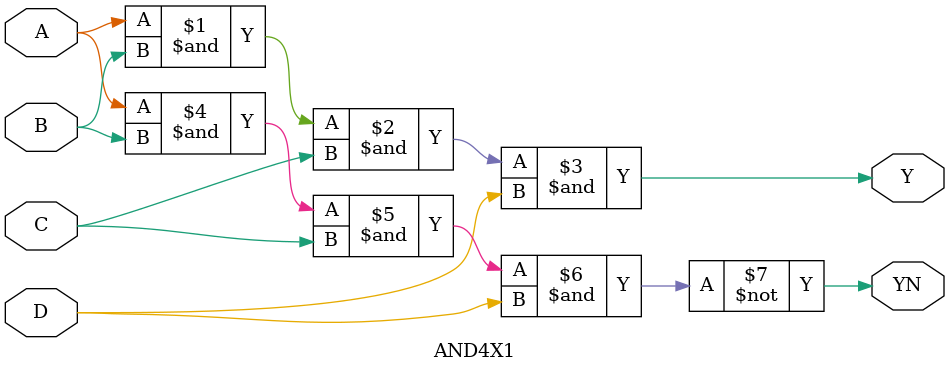
<source format=v>


module AND4X1 (A, B, C, D, Y, YN );
	input A, B, C, D;
	output Y, YN;

	assign Y = A & B & C & D;
	assign YN = ~(A & B & C & D);

endmodule

</source>
